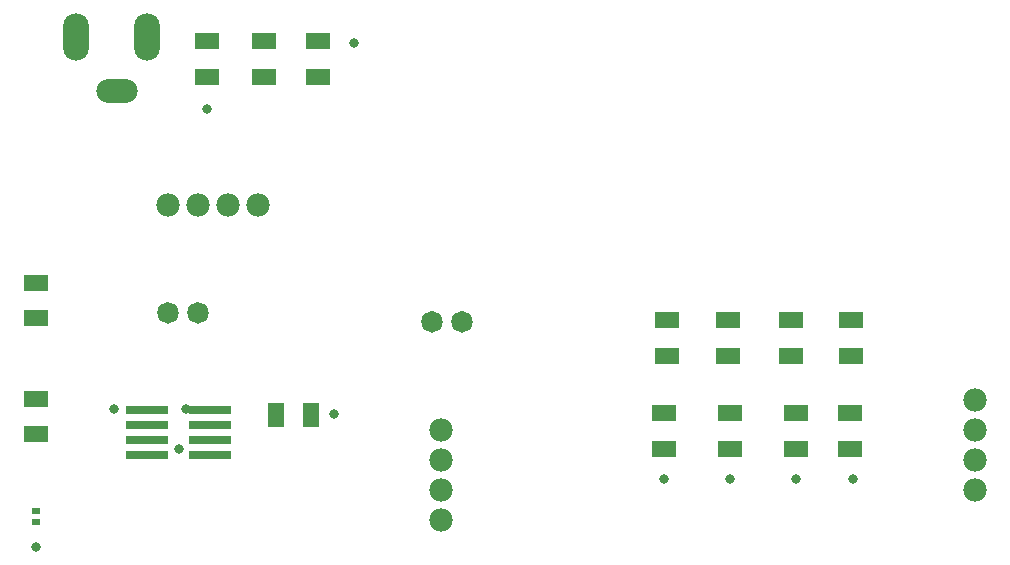
<source format=gts>
G04*
G04 #@! TF.GenerationSoftware,Altium Limited,Altium Designer,24.10.1 (45)*
G04*
G04 Layer_Color=8388736*
%FSLAX44Y44*%
%MOMM*%
G71*
G04*
G04 #@! TF.SameCoordinates,850EB1A7-B970-4B75-A401-C25B3E3AA128*
G04*
G04*
G04 #@! TF.FilePolarity,Negative*
G04*
G01*
G75*
%ADD20R,0.7000X0.6000*%
%ADD23C,0.0000*%
%ADD24R,2.0066X1.3208*%
%ADD25R,3.6032X0.8032*%
%ADD26R,1.3208X2.0066*%
%ADD27C,1.9812*%
%ADD28C,1.8232*%
%ADD29O,2.2032X4.0032*%
%ADD30O,3.5032X2.0032*%
%ADD31C,0.8382*%
D20*
X50800Y45800D02*
D03*
Y55800D02*
D03*
D23*
X196571Y223503D02*
G03*
X196571Y223503I-8611J0D01*
G01*
X171171D02*
G03*
X171171Y223503I-8611J0D01*
G01*
X420091Y215900D02*
G03*
X420091Y215900I-8611J0D01*
G01*
X394691D02*
G03*
X394691Y215900I-8611J0D01*
G01*
D24*
X582464Y108175D02*
D03*
Y138147D02*
D03*
X585004Y186915D02*
D03*
Y216887D02*
D03*
X637074D02*
D03*
Y186915D02*
D03*
X50800Y120777D02*
D03*
Y150749D02*
D03*
Y218948D02*
D03*
Y248920D02*
D03*
X289560Y423164D02*
D03*
Y453136D02*
D03*
X243840D02*
D03*
Y423164D02*
D03*
X739944Y138401D02*
D03*
Y108429D02*
D03*
X694224Y138401D02*
D03*
Y108429D02*
D03*
X690414Y186915D02*
D03*
Y216887D02*
D03*
X741214Y186915D02*
D03*
Y216887D02*
D03*
X195580Y423164D02*
D03*
Y453136D02*
D03*
X638344Y108175D02*
D03*
Y138147D02*
D03*
D25*
X144450Y140863D02*
D03*
Y128163D02*
D03*
Y115463D02*
D03*
Y102763D02*
D03*
X198450D02*
D03*
Y115463D02*
D03*
Y128163D02*
D03*
Y140863D02*
D03*
D26*
X254000Y137160D02*
D03*
X283972D02*
D03*
D27*
X393700Y73660D02*
D03*
Y48260D02*
D03*
Y124460D02*
D03*
Y99060D02*
D03*
X213360Y314960D02*
D03*
X238760D02*
D03*
X162560D02*
D03*
X187960D02*
D03*
X845820Y124460D02*
D03*
Y149860D02*
D03*
Y73660D02*
D03*
Y99060D02*
D03*
D28*
X187960Y223503D02*
D03*
X162560D02*
D03*
X411480Y215900D02*
D03*
X386080D02*
D03*
D29*
X144780Y457200D02*
D03*
X84780D02*
D03*
D30*
X119780Y410700D02*
D03*
D31*
X177800Y142240D02*
D03*
X171843Y108343D02*
D03*
X742484Y82521D02*
D03*
X694224D02*
D03*
X638344D02*
D03*
X582464D02*
D03*
X320040Y452120D02*
D03*
X195580Y396240D02*
D03*
X303084Y138010D02*
D03*
X50800Y25400D02*
D03*
X116840Y142240D02*
D03*
M02*

</source>
